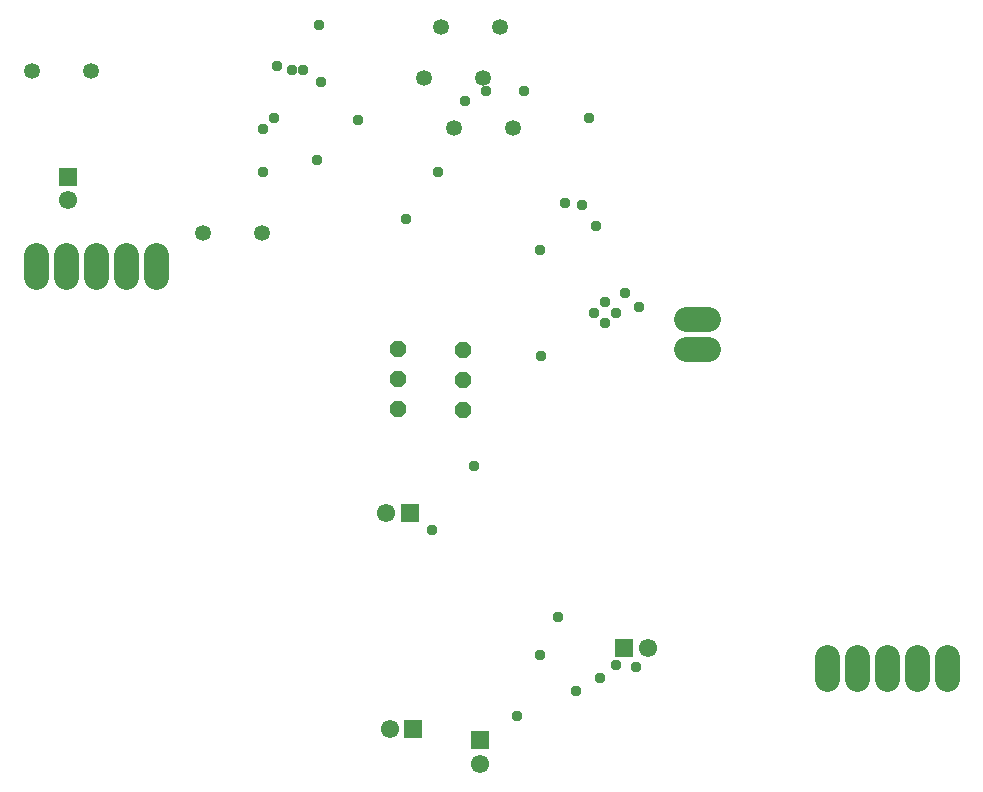
<source format=gbr>
G04 EAGLE Gerber X2 export*
%TF.Part,Single*%
%TF.FileFunction,Soldermask,Bot,1*%
%TF.FilePolarity,Positive*%
%TF.GenerationSoftware,Autodesk,EAGLE,9.2.2*%
%TF.CreationDate,2019-06-08T20:53:20Z*%
G75*
%MOMM*%
%FSLAX34Y34*%
%LPD*%
%INSoldermask Bottom*%
%AMOC8*
5,1,8,0,0,1.08239X$1,22.5*%
G01*
%ADD10C,1.346200*%
%ADD11R,1.553200X1.553200*%
%ADD12C,1.553200*%
%ADD13P,1.527469X8X292.500000*%
%ADD14C,2.082800*%
%ADD15C,0.959600*%


D10*
X221887Y468437D03*
X171887Y468437D03*
D11*
X57395Y515723D03*
D12*
X57395Y495723D03*
D10*
X384099Y557010D03*
X434099Y557010D03*
X408805Y599770D03*
X358805Y599770D03*
X373162Y642869D03*
X423162Y642869D03*
D13*
X336546Y319400D03*
X336546Y344800D03*
X336546Y370200D03*
X391420Y318041D03*
X391420Y343441D03*
X391420Y368841D03*
D14*
X30000Y430602D02*
X30000Y449398D01*
X55400Y449398D02*
X55400Y430602D01*
X80800Y430602D02*
X80800Y449398D01*
X106200Y449398D02*
X106200Y430602D01*
X131600Y430602D02*
X131600Y449398D01*
D10*
X26641Y605575D03*
X76641Y605575D03*
D14*
X700000Y109398D02*
X700000Y90602D01*
X725400Y90602D02*
X725400Y109398D01*
X750800Y109398D02*
X750800Y90602D01*
X776200Y90602D02*
X776200Y109398D01*
X801600Y109398D02*
X801600Y90602D01*
D11*
X346768Y230965D03*
D12*
X326768Y230965D03*
D11*
X349862Y48476D03*
D12*
X329862Y48476D03*
D11*
X405754Y38637D03*
D12*
X405754Y18637D03*
D11*
X528047Y116866D03*
D12*
X548047Y116866D03*
D14*
X580602Y370000D02*
X599398Y370000D01*
X599398Y395400D02*
X580602Y395400D01*
D15*
X487680Y80772D03*
X457200Y111252D03*
X521208Y400812D03*
X512064Y391668D03*
X234696Y609600D03*
X269748Y644652D03*
X457200Y454152D03*
X498348Y565404D03*
X472440Y143256D03*
X222504Y519684D03*
X507492Y91440D03*
X231648Y565404D03*
X222504Y556260D03*
X400812Y271272D03*
X268224Y530352D03*
X521208Y102108D03*
X512064Y409956D03*
X502920Y400812D03*
X492252Y492252D03*
X457568Y363709D03*
X528828Y417576D03*
X541020Y405384D03*
X303276Y563880D03*
X343558Y480372D03*
X246888Y606552D03*
X504444Y473964D03*
X478536Y493776D03*
X370332Y519684D03*
X256032Y606552D03*
X411480Y588264D03*
X393210Y580315D03*
X443484Y588264D03*
X271272Y595884D03*
X365760Y216408D03*
X437388Y59436D03*
X537972Y100584D03*
M02*

</source>
